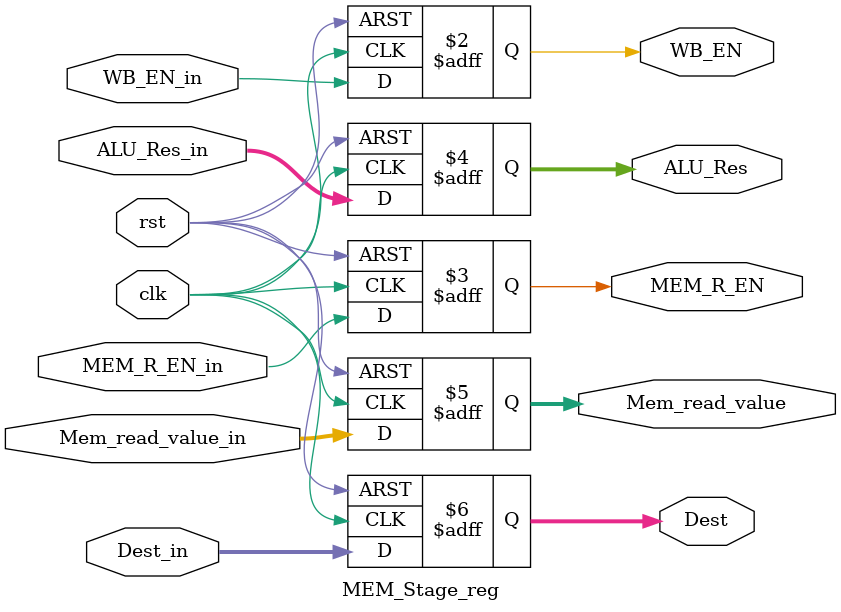
<source format=v>
module MEM_Stage_reg (
	input clk,    // Clock
	input rst,  // Asynchronous reset active low
	input WB_EN_in,
	input MEM_R_EN_in,
	input [31:0]ALU_Res_in,

	input [31:0] Mem_read_value_in,
	input [4:0]Dest_in,
	
	output reg WB_EN,
	output reg MEM_R_EN,
	output reg [31:0]ALU_Res,
	output reg [31:0]Mem_read_value,
	output reg [4:0]Dest	
);

always @(posedge clk or posedge rst) begin : proc_ID_Stage_reg
	if(rst) begin
		WB_EN <= 0;
		MEM_R_EN <= 0;
		ALU_Res <= 0;
		Dest <= 0;
		Mem_read_value <= 0;
	end else begin
		WB_EN <= WB_EN_in;
		MEM_R_EN <= MEM_R_EN_in;
		ALU_Res <= ALU_Res_in;
		Dest <= Dest_in;
		Mem_read_value <= Mem_read_value_in;
	end
end

endmodule
</source>
